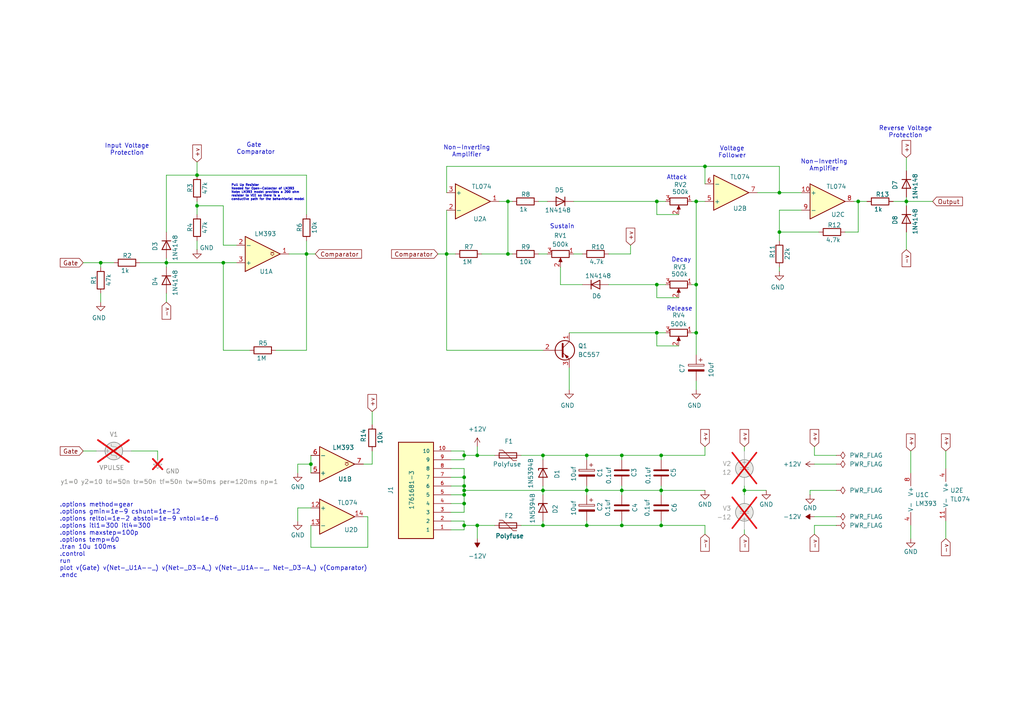
<source format=kicad_sch>
(kicad_sch (version 20250114) (generator "eeschema") (generator_version "9.0")
  (paper "A4")
  (title_block (title "ADSR Envelope Generator") (date "2025-10-25") (rev "0.1") (company "R-mods"))
  (lib_symbols
    (symbol "1761681-3:1761681-3" (pin_names (offset 1.016))
      (property "Reference" "J" (at -5.58 15.24 0))
      (property "Value" "1761681-3" (at -5.08 -15.24 0))
      (symbol "1761681-3_0_0"
        (rectangle (start -5.08 -12.7) (end 5.08 15.24) (stroke (width 0.254)) (fill (type background)))
        (pin passive line (at -10.16 12.7 0) (length 5.08) (name "1") (number "1"))
        (pin passive line (at -10.16 10.16 0) (length 5.08) (name "2") (number "2"))
        (pin passive line (at -10.16 7.62 0) (length 5.08) (name "3") (number "3"))
        (pin passive line (at -10.16 5.08 0) (length 5.08) (name "4") (number "4"))
        (pin passive line (at -10.16 2.54 0) (length 5.08) (name "5") (number "5"))
        (pin passive line (at -10.16 0 0) (length 5.08) (name "6") (number "6"))
        (pin passive line (at -10.16 -2.54 0) (length 5.08) (name "7") (number "7"))
        (pin passive line (at -10.16 -5.08 0) (length 5.08) (name "8") (number "8"))
        (pin passive line (at -10.16 -7.62 0) (length 5.08) (name "9") (number "9"))
        (pin passive line (at -10.16 -10.16 0) (length 5.08) (name "10") (number "10"))
      )
    )
    (symbol "Amplifier_Operational:TL074" (pin_names (offset 0.127))
      (property "Reference" "U" (at 0 5.08 0))
      (property "Value" "TL074" (at 0 -5.08 0))
      (symbol "TL074_1_1"
        (polyline (pts (xy -5.08 5.08) (xy 5.08 0) (xy -5.08 -5.08) (xy -5.08 5.08)) (stroke (width 0.254)) (fill (type background)))
        (pin input line (at -7.62 2.54 0) (length 2.54) (name "+") (number "3"))
        (pin input line (at -7.62 -2.54 0) (length 2.54) (name "-") (number "2"))
        (pin output line (at 7.62 0 180) (length 2.54) (name "~") (number "1"))
      )
      (symbol "TL074_2_1"
        (polyline (pts (xy -5.08 5.08) (xy 5.08 0) (xy -5.08 -5.08) (xy -5.08 5.08)) (stroke (width 0.254)) (fill (type background)))
        (pin input line (at -7.62 2.54 0) (length 2.54) (name "+") (number "5"))
        (pin input line (at -7.62 -2.54 0) (length 2.54) (name "-") (number "6"))
        (pin output line (at 7.62 0 180) (length 2.54) (name "~") (number "7"))
      )
      (symbol "TL074_3_1"
        (polyline (pts (xy -5.08 5.08) (xy 5.08 0) (xy -5.08 -5.08) (xy -5.08 5.08)) (stroke (width 0.254)) (fill (type background)))
        (pin input line (at -7.62 2.54 0) (length 2.54) (name "+") (number "10"))
        (pin input line (at -7.62 -2.54 0) (length 2.54) (name "-") (number "9"))
        (pin output line (at 7.62 0 180) (length 2.54) (name "~") (number "8"))
      )
      (symbol "TL074_4_1"
        (polyline (pts (xy -5.08 5.08) (xy 5.08 0) (xy -5.08 -5.08) (xy -5.08 5.08)) (stroke (width 0.254)) (fill (type background)))
        (pin input line (at -7.62 2.54 0) (length 2.54) (name "+") (number "12"))
        (pin input line (at -7.62 -2.54 0) (length 2.54) (name "-") (number "13"))
        (pin output line (at 7.62 0 180) (length 2.54) (name "~") (number "14"))
      )
      (symbol "TL074_5_1"
        (pin power_in line (at -2.54 7.62 270) (length 3.81) (name "V+") (number "4"))
        (pin power_in line (at -2.54 -7.62 90) (length 3.81) (name "V-") (number "11"))
      )
    )
    (symbol "Comparator:LM393" (pin_names (offset 0.127))
      (property "Reference" "U" (at 3.81 3.81 0))
      (property "Value" "LM393" (at 6.35 -3.81 0))
      (symbol "LM393_1_1"
        (polyline (pts (xy -5.08 5.08) (xy 5.08 0) (xy -5.08 -5.08) (xy -5.08 5.08)) (stroke (width 0.254)) (fill (type background)))
        (polyline (pts (xy 3.302 -0.508) (xy 2.794 -0.508) (xy 3.302 0) (xy 2.794 0.508) (xy 2.286 0) (xy 2.794 -0.508) (xy 2.286 -0.508)) (stroke (width 0.127)))
        (pin input line (at -7.62 2.54 0) (length 2.54) (name "+") (number "3"))
        (pin input line (at -7.62 -2.54 0) (length 2.54) (name "-") (number "2"))
        (pin open_collector line (at 7.62 0 180) (length 2.54) (name "~") (number "1"))
      )
      (symbol "LM393_2_1"
        (polyline (pts (xy -5.08 5.08) (xy 5.08 0) (xy -5.08 -5.08) (xy -5.08 5.08)) (stroke (width 0.254)) (fill (type background)))
        (polyline (pts (xy 3.302 -0.508) (xy 2.794 -0.508) (xy 3.302 0) (xy 2.794 0.508) (xy 2.286 0) (xy 2.794 -0.508) (xy 2.286 -0.508)) (stroke (width 0.127)))
        (pin input line (at -7.62 2.54 0) (length 2.54) (name "+") (number "5"))
        (pin input line (at -7.62 -2.54 0) (length 2.54) (name "-") (number "6"))
        (pin open_collector line (at 7.62 0 180) (length 2.54) (name "~") (number "7"))
      )
      (symbol "LM393_3_1"
        (pin power_in line (at -2.54 7.62 270) (length 3.81) (name "V+") (number "8"))
        (pin power_in line (at -2.54 -7.62 90) (length 3.81) (name "V-") (number "4"))
      )
    )
    (symbol "Device:C" (pin_numbers (hide yes)) (pin_names (offset 0.254))
      (property "Reference" "C" (at 0.635 2.54 0))
      (property "Value" "C" (at 0.635 -2.54 0))
      (symbol "C_0_1"
        (polyline (pts (xy -2.032 0.762) (xy 2.032 0.762)) (stroke (width 0.508)))
        (polyline (pts (xy -2.032 -0.762) (xy 2.032 -0.762)) (stroke (width 0.508)))
      )
      (symbol "C_1_1"
        (pin passive line (at 0 3.81 270) (length 2.794) (name "~") (number "1"))
        (pin passive line (at 0 -3.81 90) (length 2.794) (name "~") (number "2"))
      )
    )
    (symbol "Device:C_Polarized" (pin_numbers (hide yes)) (pin_names (offset 0.254))
      (property "Reference" "C" (at 0.635 2.54 0))
      (property "Value" "C_Polarized" (at 0.635 -2.54 0))
      (symbol "C_Polarized_0_1"
        (rectangle (start -2.286 0.508) (end 2.286 1.016))
        (polyline (pts (xy -1.778 2.286) (xy -0.762 2.286)))
        (polyline (pts (xy -1.27 2.794) (xy -1.27 1.778)))
        (rectangle (start 2.286 -0.508) (end -2.286 -1.016) (fill (type outline)))
      )
      (symbol "C_Polarized_1_1"
        (pin passive line (at 0 3.81 270) (length 2.794) (name "~") (number "1"))
        (pin passive line (at 0 -3.81 90) (length 2.794) (name "~") (number "2"))
      )
    )
    (symbol "Device:D" (pin_numbers (hide yes)) (pin_names (offset 1.016) (hide yes))
      (property "Reference" "D" (at 0 2.54 0))
      (property "Value" "D" (at 0 -2.54 0))
      (symbol "D_0_1"
        (polyline (pts (xy -1.27 1.27) (xy -1.27 -1.27)) (stroke (width 0.254)))
        (polyline (pts (xy 1.27 1.27) (xy 1.27 -1.27) (xy -1.27 0) (xy 1.27 1.27)) (stroke (width 0.254)))
        (polyline (pts (xy 1.27 0) (xy -1.27 0)))
      )
      (symbol "D_1_1"
        (pin passive line (at -3.81 0 0) (length 2.54) (name "K") (number "1"))
        (pin passive line (at 3.81 0 180) (length 2.54) (name "A") (number "2"))
      )
    )
    (symbol "Device:Polyfuse" (pin_numbers (hide yes)) (pin_names (offset 0))
      (property "Reference" "F" (at -2.54 0 90))
      (property "Value" "Polyfuse" (at 2.54 0 90))
      (symbol "Polyfuse_0_1"
        (polyline (pts (xy -1.524 2.54) (xy -1.524 1.524) (xy 1.524 -1.524) (xy 1.524 -2.54)))
        (rectangle (start -0.762 2.54) (end 0.762 -2.54) (stroke (width 0.254)))
        (polyline (pts (xy 0 2.54) (xy 0 -2.54)))
      )
      (symbol "Polyfuse_1_1"
        (pin passive line (at 0 3.81 270) (length 1.27) (name "~") (number "1"))
        (pin passive line (at 0 -3.81 90) (length 1.27) (name "~") (number "2"))
      )
    )
    (symbol "Device:R" (pin_numbers (hide yes)) (pin_names (offset 0))
      (property "Reference" "R" (at 2.032 0 90))
      (property "Value" "R" (at 0 0 90))
      (symbol "R_0_1"
        (rectangle (start -1.016 -2.54) (end 1.016 2.54) (stroke (width 0.254)))
      )
      (symbol "R_1_1"
        (pin passive line (at 0 3.81 270) (length 1.27) (name "~") (number "1"))
        (pin passive line (at 0 -3.81 90) (length 1.27) (name "~") (number "2"))
      )
    )
    (symbol "Device:R_Potentiometer" (pin_names (offset 1.016) (hide yes))
      (property "Reference" "RV" (at -4.445 0 90))
      (property "Value" "R_Potentiometer" (at -2.54 0 90))
      (symbol "R_Potentiometer_0_1"
        (rectangle (start 1.016 2.54) (end -1.016 -2.54) (stroke (width 0.254)))
        (polyline (pts (xy 1.143 0) (xy 2.286 0.508) (xy 2.286 -0.508) (xy 1.143 0)) (fill (type outline)))
        (polyline (pts (xy 2.54 0) (xy 1.524 0)))
      )
      (symbol "R_Potentiometer_1_1"
        (pin passive line (at 0 3.81 270) (length 1.27) (name "1") (number "1"))
        (pin passive line (at 0 -3.81 90) (length 1.27) (name "3") (number "3"))
        (pin passive line (at 3.81 0 180) (length 1.27) (name "2") (number "2"))
      )
    )
    (symbol "Diode:1N53xxB" (pin_numbers (hide yes)) (pin_names (hide yes))
      (property "Reference" "D" (at 0 2.54 0))
      (property "Value" "1N53xxB" (at 0 -2.54 0))
      (symbol "1N53xxB_0_1"
        (polyline (pts (xy -1.27 -1.27) (xy -1.27 1.27) (xy -0.762 1.27)) (stroke (width 0.254)))
        (polyline (pts (xy 1.27 0) (xy -1.27 0)))
        (polyline (pts (xy 1.27 -1.27) (xy 1.27 1.27) (xy -1.27 0) (xy 1.27 -1.27)) (stroke (width 0.254)))
      )
      (symbol "1N53xxB_1_1"
        (pin passive line (at -3.81 0 0) (length 2.54) (name "K") (number "1"))
        (pin passive line (at 3.81 0 180) (length 2.54) (name "A") (number "2"))
      )
    )
    (symbol "Simulation_SPICE:VDC" (pin_numbers (hide yes)) (pin_names (offset 0.0254))
      (property "Reference" "V" (at 2.54 2.54 0))
      (property "Value" "1" (at 2.54 0 0))
      (symbol "VDC_0_0"
        (polyline (pts (xy -1.27 0.254) (xy 1.27 0.254)))
        (polyline (pts (xy -0.762 -0.254) (xy -1.27 -0.254)))
        (polyline (pts (xy 0.254 -0.254) (xy -0.254 -0.254)))
        (polyline (pts (xy 1.27 -0.254) (xy 0.762 -0.254)))
        (text "+" (at 0 1.905 0) (effects (font (size 1.27 1.27))))
      )
      (symbol "VDC_0_1"
        (circle (center 0 0) (radius 2.54) (stroke (width 0.254)) (fill (type background)))
      )
      (symbol "VDC_1_1"
        (pin passive line (at 0 5.08 270) (length 2.54) (name "~") (number "1"))
        (pin passive line (at 0 -5.08 90) (length 2.54) (name "~") (number "2"))
      )
    )
    (symbol "Simulation_SPICE:VPULSE" (pin_numbers (hide yes)) (pin_names (offset 0.0254))
      (property "Reference" "V" (at 2.54 2.54 0))
      (property "Value" "VPULSE" (at 2.54 0 0))
      (property "Sim.Params" "y1=0 y2=1 td=2n tr=2n tf=2n tw=50n per=100n" (at 2.54 -2.54 0))
      (symbol "VPULSE_0_0"
        (polyline (pts (xy -2.032 -0.762) (xy -1.397 -0.762) (xy -1.143 0.762) (xy -0.127 0.762) (xy 0.127 -0.762) (xy 1.143 -0.762) (xy 1.397 0.762) (xy 2.032 0.762)))
        (text "+" (at 0 1.905 0) (effects (font (size 1.27 1.27))))
      )
      (symbol "VPULSE_0_1"
        (circle (center 0 0) (radius 2.54) (stroke (width 0.254)) (fill (type background)))
      )
      (symbol "VPULSE_1_1"
        (pin passive line (at 0 5.08 270) (length 2.54) (name "~") (number "1"))
        (pin passive line (at 0 -5.08 90) (length 2.54) (name "~") (number "2"))
      )
    )
    (symbol "Transistor_BJT:BC557" (pin_names (offset 0) (hide yes))
      (property "Reference" "Q" (at 5.08 1.905 0))
      (property "Value" "BC557" (at 5.08 0 0))
      (symbol "BC557_0_1"
        (polyline (pts (xy -2.54 0) (xy 0.635 0)))
        (polyline (pts (xy 0.635 1.905) (xy 0.635 -1.905)) (stroke (width 0.508)))
        (polyline (pts (xy 0.635 0.635) (xy 2.54 2.54)))
        (polyline (pts (xy 0.635 -0.635) (xy 2.54 -2.54)))
        (circle (center 1.27 0) (radius 2.8194) (stroke (width 0.254)))
        (polyline (pts (xy 2.286 -1.778) (xy 1.778 -2.286) (xy 1.27 -1.27) (xy 2.286 -1.778)) (fill (type outline)))
      )
      (symbol "BC557_1_1"
        (pin input line (at -5.08 0 0) (length 2.54) (name "B") (number "2"))
        (pin passive line (at 2.54 5.08 270) (length 2.54) (name "C") (number "1"))
        (pin passive line (at 2.54 -5.08 90) (length 2.54) (name "E") (number "3"))
      )
    )
    (symbol "power:+12V" (power) (pin_numbers (hide yes)) (pin_names (offset 0) (hide yes))
      (property "Value" "+12V" (at 0 3.556 0))
      (symbol "+12V_0_1"
        (polyline (pts (xy -0.762 1.27) (xy 0 2.54)))
        (polyline (pts (xy 0 2.54) (xy 0.762 1.27)))
        (polyline (pts (xy 0 0) (xy 0 2.54)))
      )
      (symbol "+12V_1_1"
        (pin power_in line (at 0 0 90) (length 0) (name "~") (number "1"))
      )
    )
    (symbol "power:-12V" (power) (pin_numbers (hide yes)) (pin_names (offset 0) (hide yes))
      (property "Value" "-12V" (at 0 3.556 0))
      (symbol "-12V_0_0"
        (pin power_in line (at 0 0 90) (length 0) (name "~") (number "1"))
      )
      (symbol "-12V_0_1"
        (polyline (pts (xy 0 0) (xy 0 1.27) (xy 0.762 1.27) (xy 0 2.54) (xy -0.762 1.27) (xy 0 1.27)) (fill (type outline)))
      )
    )
    (symbol "power:GND" (power) (pin_numbers (hide yes)) (pin_names (offset 0) (hide yes))
      (property "Value" "GND" (at 0 -3.81 0))
      (symbol "GND_0_1"
        (polyline (pts (xy 0 0) (xy 0 -1.27) (xy 1.27 -1.27) (xy 0 -2.54) (xy -1.27 -1.27) (xy 0 -1.27)))
      )
      (symbol "GND_1_1"
        (pin power_in line (at 0 0 270) (length 0) (name "~") (number "1"))
      )
    )
    (symbol "power:PWR_FLAG" (power) (pin_numbers (hide yes)) (pin_names (offset 0) (hide yes))
      (property "Value" "PWR_FLAG" (at 0 3.81 0))
      (symbol "PWR_FLAG_0_0"
        (pin power_out line (at 0 0 90) (length 0) (name "~") (number "1"))
      )
      (symbol "PWR_FLAG_0_1"
        (polyline (pts (xy 0 0) (xy 0 1.27) (xy -1.016 1.905) (xy 0 2.54) (xy 1.016 1.905) (xy 0 1.27)))
      )
    )
  )
  (text "Voltage\nFollower" (at 212.344 44.196 0) (effects (font (size 1.27 1.27))))
  (text "Pull Up Resistor\nNeeded for Open-Collector of LM393\nNote: LM393 model provides a 200 ohm\nresistor to VEE so there is a \nconductive path for the behavhiorial model" (at 67.056 55.88 0) (effects (font (size 0.635 0.635)) (justify left)))
  (text "Gate \nComparator" (at 74.168 43.18 0) (effects (font (size 1.27 1.27))))
  (text "Non-Inverting\nAmplifier" (at 239.014 48.006 0) (effects (font (size 1.27 1.27))))
  (text "Input Voltage\nProtection" (at 36.83 43.434 0) (effects (font (size 1.27 1.27))))
  (text "Decay" (at 197.612 75.438 0) (effects (font (size 1.27 1.27))))
  (text "Reverse Voltage\nProtection" (at 262.636 38.354 0) (effects (font (size 1.27 1.27))))
  (text "Non-Inverting\nAmplifier" (at 135.382 43.942 0) (effects (font (size 1.27 1.27))))
  (text "Release" (at 197.104 89.662 0) (effects (font (size 1.27 1.27))))
  (text ".options method=gear \n.options gmin=1e-9 cshunt=1e-12 \n.options reltol=1e-2 abstol=1e-9 vntol=1e-6 \n.options itl1=300 itl4=300 \n.options maxstep=100p\n.options temp=60\n.tran 10u 100ms\n.control\nrun\nplot v(Gate) v(Net-_U1A--_) v(Net-_D3-A_) v(Net-_U1A--_, Net-_D3-A_) v(Comparator)\n.endc\n" (at 17.272 156.718 0) (effects (font (size 1.27 1.27)) (justify left)))
  (text "Attack" (at 196.342 51.562 0) (effects (font (size 1.27 1.27))))
  (text "Sustain\n" (at 163.068 65.786 0) (effects (font (size 1.27 1.27))))
  (junction (at 57.15 59.69))
  (junction (at 170.18 142.24))
  (junction (at 134.62 132.08))
  (junction (at 201.93 82.55))
  (junction (at 147.32 73.66))
  (junction (at 262.89 58.42))
  (junction (at 190.5 58.42))
  (junction (at 191.77 152.4))
  (junction (at 134.62 138.43))
  (junction (at 201.93 96.52))
  (junction (at 190.5 96.52))
  (junction (at 180.34 132.08))
  (junction (at 215.9 142.24))
  (junction (at 134.62 152.4))
  (junction (at 170.18 152.4))
  (junction (at 134.62 142.24))
  (junction (at 134.62 146.05))
  (junction (at 88.9 73.66))
  (junction (at 138.43 152.4))
  (junction (at 157.48 152.4))
  (junction (at 180.34 152.4))
  (junction (at 29.21 76.2))
  (junction (at 134.62 143.51))
  (junction (at 134.62 140.97))
  (junction (at 180.34 142.24))
  (junction (at 226.06 55.88))
  (junction (at 204.47 48.26))
  (junction (at 147.32 58.42))
  (junction (at 57.15 50.8))
  (junction (at 201.93 58.42))
  (junction (at 138.43 132.08))
  (junction (at 226.06 67.31))
  (junction (at 191.77 142.24))
  (junction (at 90.17 134.62))
  (junction (at 248.92 58.42))
  (junction (at 157.48 142.24))
  (junction (at 129.54 73.66))
  (junction (at 191.77 132.08))
  (junction (at 190.5 82.55))
  (junction (at 157.48 132.08))
  (junction (at 64.77 76.2))
  (junction (at 48.26 76.2))
  (junction (at 170.18 132.08))
  (wire (pts (xy 204.47 48.26) (xy 226.06 48.26)))
  (wire (pts (xy 134.62 140.97) (xy 130.81 140.97)))
  (wire (pts (xy 105.41 149.86) (xy 106.68 149.86)))
  (wire (pts (xy 200.66 96.52) (xy 201.93 96.52)))
  (wire (pts (xy 180.34 132.08) (xy 180.34 133.35)))
  (wire (pts (xy 134.62 140.97) (xy 134.62 142.24)))
  (wire (pts (xy 57.15 59.69) (xy 57.15 62.23)))
  (wire (pts (xy 48.26 50.8) (xy 48.26 67.31)))
  (wire (pts (xy 134.62 152.4) (xy 134.62 153.67)))
  (wire (pts (xy 64.77 76.2) (xy 64.77 101.6)))
  (wire (pts (xy 130.81 151.13) (xy 134.62 151.13)))
  (wire (pts (xy 170.18 152.4) (xy 180.34 152.4)))
  (wire (pts (xy 83.82 73.66) (xy 88.9 73.66)))
  (wire (pts (xy 143.51 132.08) (xy 138.43 132.08)))
  (wire (pts (xy 86.36 151.13) (xy 86.36 147.32)))
  (wire (pts (xy 129.54 60.96) (xy 129.54 73.66)))
  (wire (pts (xy 191.77 132.08) (xy 191.77 133.35)))
  (wire (pts (xy 157.48 132.08) (xy 157.48 133.35)))
  (wire (pts (xy 156.21 73.66) (xy 158.75 73.66)))
  (wire (pts (xy 180.34 132.08) (xy 191.77 132.08)))
  (wire (pts (xy 57.15 50.8) (xy 88.9 50.8)))
  (wire (pts (xy 138.43 129.54) (xy 138.43 132.08)))
  (wire (pts (xy 90.17 158.75) (xy 90.17 152.4)))
  (wire (pts (xy 57.15 58.42) (xy 57.15 59.69)))
  (wire (pts (xy 190.5 96.52) (xy 193.04 96.52)))
  (wire (pts (xy 48.26 74.93) (xy 48.26 76.2)))
  (wire (pts (xy 134.62 133.35) (xy 130.81 133.35)))
  (wire (pts (xy 191.77 140.97) (xy 191.77 142.24)))
  (wire (pts (xy 57.15 69.85) (xy 57.15 72.39)))
  (wire (pts (xy 57.15 46.99) (xy 57.15 50.8)))
  (wire (pts (xy 127 73.66) (xy 129.54 73.66)))
  (wire (pts (xy 196.85 100.33) (xy 190.5 100.33)))
  (wire (pts (xy 176.53 73.66) (xy 182.88 73.66)))
  (wire (pts (xy 162.56 82.55) (xy 168.91 82.55)))
  (wire (pts (xy 138.43 132.08) (xy 134.62 132.08)))
  (wire (pts (xy 180.34 142.24) (xy 191.77 142.24)))
  (wire (pts (xy 190.5 58.42) (xy 193.04 58.42)))
  (wire (pts (xy 157.48 132.08) (xy 151.13 132.08)))
  (wire (pts (xy 24.13 130.81) (xy 27.94 130.81)))
  (wire (pts (xy 190.5 62.23) (xy 196.85 62.23)))
  (wire (pts (xy 88.9 73.66) (xy 88.9 101.6)))
  (wire (pts (xy 170.18 142.24) (xy 170.18 143.51)))
  (wire (pts (xy 64.77 71.12) (xy 68.58 71.12)))
  (wire (pts (xy 226.06 48.26) (xy 226.06 55.88)))
  (wire (pts (xy 107.95 130.81) (xy 107.95 134.62)))
  (wire (pts (xy 165.1 106.68) (xy 165.1 113.03)))
  (wire (pts (xy 226.06 67.31) (xy 226.06 69.85)))
  (wire (pts (xy 204.47 53.34) (xy 204.47 48.26)))
  (wire (pts (xy 139.7 73.66) (xy 147.32 73.66)))
  (wire (pts (xy 226.06 77.47) (xy 226.06 78.74)))
  (wire (pts (xy 157.48 152.4) (xy 151.13 152.4)))
  (wire (pts (xy 237.49 67.31) (xy 226.06 67.31)))
  (wire (pts (xy 200.66 58.42) (xy 201.93 58.42)))
  (wire (pts (xy 88.9 69.85) (xy 88.9 73.66)))
  (wire (pts (xy 138.43 152.4) (xy 134.62 152.4)))
  (wire (pts (xy 165.1 96.52) (xy 190.5 96.52)))
  (wire (pts (xy 134.62 142.24) (xy 134.62 143.51)))
  (wire (pts (xy 134.62 143.51) (xy 134.62 146.05)))
  (wire (pts (xy 264.16 152.4) (xy 264.16 156.21)))
  (wire (pts (xy 106.68 149.86) (xy 106.68 158.75)))
  (wire (pts (xy 182.88 71.12) (xy 182.88 73.66)))
  (wire (pts (xy 147.32 73.66) (xy 147.32 58.42)))
  (wire (pts (xy 130.81 130.81) (xy 134.62 130.81)))
  (wire (pts (xy 201.93 82.55) (xy 200.66 82.55)))
  (wire (pts (xy 147.32 73.66) (xy 148.59 73.66)))
  (wire (pts (xy 129.54 73.66) (xy 132.08 73.66)))
  (wire (pts (xy 129.54 73.66) (xy 129.54 101.6)))
  (wire (pts (xy 105.41 134.62) (xy 107.95 134.62)))
  (wire (pts (xy 264.16 130.81) (xy 264.16 137.16)))
  (wire (pts (xy 80.01 101.6) (xy 88.9 101.6)))
  (wire (pts (xy 170.18 140.97) (xy 170.18 142.24)))
  (wire (pts (xy 134.62 146.05) (xy 130.81 146.05)))
  (wire (pts (xy 134.62 153.67) (xy 130.81 153.67)))
  (wire (pts (xy 180.34 140.97) (xy 180.34 142.24)))
  (wire (pts (xy 234.95 143.51) (xy 234.95 142.24)))
  (wire (pts (xy 215.9 140.97) (xy 215.9 142.24)))
  (wire (pts (xy 201.93 110.49) (xy 201.93 113.03)))
  (wire (pts (xy 236.22 134.62) (xy 242.57 134.62)))
  (wire (pts (xy 226.06 55.88) (xy 232.41 55.88)))
  (wire (pts (xy 190.5 58.42) (xy 190.5 62.23)))
  (wire (pts (xy 90.17 132.08) (xy 90.17 134.62)))
  (wire (pts (xy 170.18 151.13) (xy 170.18 152.4)))
  (wire (pts (xy 166.37 58.42) (xy 190.5 58.42)))
  (wire (pts (xy 64.77 76.2) (xy 68.58 76.2)))
  (wire (pts (xy 215.9 153.67) (xy 215.9 154.94)))
  (wire (pts (xy 90.17 134.62) (xy 90.17 137.16)))
  (wire (pts (xy 129.54 101.6) (xy 157.48 101.6)))
  (wire (pts (xy 204.47 132.08) (xy 191.77 132.08)))
  (wire (pts (xy 29.21 76.2) (xy 29.21 77.47)))
  (wire (pts (xy 86.36 134.62) (xy 86.36 137.16)))
  (wire (pts (xy 134.62 135.89) (xy 134.62 138.43)))
  (wire (pts (xy 134.62 148.59) (xy 130.81 148.59)))
  (wire (pts (xy 64.77 59.69) (xy 64.77 71.12)))
  (wire (pts (xy 134.62 132.08) (xy 134.62 133.35)))
  (wire (pts (xy 29.21 76.2) (xy 24.13 76.2)))
  (wire (pts (xy 190.5 100.33) (xy 190.5 96.52)))
  (wire (pts (xy 262.89 45.72) (xy 262.89 49.53)))
  (wire (pts (xy 236.22 152.4) (xy 236.22 154.94)))
  (wire (pts (xy 191.77 142.24) (xy 191.77 143.51)))
  (wire (pts (xy 48.26 76.2) (xy 40.64 76.2)))
  (wire (pts (xy 248.92 58.42) (xy 248.92 67.31)))
  (wire (pts (xy 157.48 151.13) (xy 157.48 152.4)))
  (wire (pts (xy 134.62 143.51) (xy 130.81 143.51)))
  (wire (pts (xy 191.77 151.13) (xy 191.77 152.4)))
  (wire (pts (xy 234.95 142.24) (xy 242.57 142.24)))
  (wire (pts (xy 190.5 82.55) (xy 193.04 82.55)))
  (wire (pts (xy 157.48 142.24) (xy 157.48 143.51)))
  (wire (pts (xy 180.34 151.13) (xy 180.34 152.4)))
  (wire (pts (xy 38.1 130.81) (xy 45.72 130.81)))
  (wire (pts (xy 222.25 142.24) (xy 215.9 142.24)))
  (wire (pts (xy 144.78 58.42) (xy 147.32 58.42)))
  (wire (pts (xy 48.26 76.2) (xy 48.26 77.47)))
  (wire (pts (xy 190.5 82.55) (xy 190.5 86.36)))
  (wire (pts (xy 130.81 135.89) (xy 134.62 135.89)))
  (wire (pts (xy 226.06 55.88) (xy 219.71 55.88)))
  (wire (pts (xy 248.92 58.42) (xy 251.46 58.42)))
  (wire (pts (xy 157.48 142.24) (xy 134.62 142.24)))
  (wire (pts (xy 248.92 67.31) (xy 245.11 67.31)))
  (wire (pts (xy 226.06 60.96) (xy 232.41 60.96)))
  (wire (pts (xy 204.47 142.24) (xy 191.77 142.24)))
  (wire (pts (xy 170.18 132.08) (xy 180.34 132.08)))
  (wire (pts (xy 170.18 152.4) (xy 157.48 152.4)))
  (wire (pts (xy 86.36 147.32) (xy 90.17 147.32)))
  (wire (pts (xy 170.18 142.24) (xy 180.34 142.24)))
  (wire (pts (xy 201.93 96.52) (xy 201.93 102.87)))
  (wire (pts (xy 274.32 130.81) (xy 274.32 135.89)))
  (wire (pts (xy 180.34 152.4) (xy 191.77 152.4)))
  (wire (pts (xy 236.22 132.08) (xy 242.57 132.08)))
  (wire (pts (xy 204.47 152.4) (xy 191.77 152.4)))
  (wire (pts (xy 134.62 138.43) (xy 134.62 140.97)))
  (wire (pts (xy 176.53 82.55) (xy 190.5 82.55)))
  (wire (pts (xy 201.93 58.42) (xy 204.47 58.42)))
  (wire (pts (xy 204.47 152.4) (xy 204.47 154.94)))
  (wire (pts (xy 157.48 140.97) (xy 157.48 142.24)))
  (wire (pts (xy 262.89 67.31) (xy 262.89 72.39)))
  (wire (pts (xy 170.18 142.24) (xy 157.48 142.24)))
  (wire (pts (xy 134.62 138.43) (xy 130.81 138.43)))
  (wire (pts (xy 162.56 77.47) (xy 162.56 82.55)))
  (wire (pts (xy 48.26 85.09) (xy 48.26 87.63)))
  (wire (pts (xy 129.54 48.26) (xy 129.54 55.88)))
  (wire (pts (xy 180.34 142.24) (xy 180.34 143.51)))
  (wire (pts (xy 88.9 50.8) (xy 88.9 62.23)))
  (wire (pts (xy 190.5 86.36) (xy 196.85 86.36)))
  (wire (pts (xy 138.43 152.4) (xy 138.43 156.21)))
  (wire (pts (xy 147.32 58.42) (xy 148.59 58.42)))
  (wire (pts (xy 204.47 129.54) (xy 204.47 132.08)))
  (wire (pts (xy 274.32 151.13) (xy 274.32 156.21)))
  (wire (pts (xy 90.17 134.62) (xy 86.36 134.62)))
  (wire (pts (xy 156.21 58.42) (xy 158.75 58.42)))
  (wire (pts (xy 201.93 82.55) (xy 201.93 96.52)))
  (wire (pts (xy 262.89 58.42) (xy 259.08 58.42)))
  (wire (pts (xy 48.26 76.2) (xy 64.77 76.2)))
  (wire (pts (xy 57.15 59.69) (xy 64.77 59.69)))
  (wire (pts (xy 143.51 152.4) (xy 138.43 152.4)))
  (wire (pts (xy 107.95 119.38) (xy 107.95 123.19)))
  (wire (pts (xy 134.62 146.05) (xy 134.62 148.59)))
  (wire (pts (xy 247.65 58.42) (xy 248.92 58.42)))
  (wire (pts (xy 262.89 58.42) (xy 270.51 58.42)))
  (wire (pts (xy 236.22 129.54) (xy 236.22 132.08)))
  (wire (pts (xy 88.9 73.66) (xy 91.44 73.66)))
  (wire (pts (xy 215.9 129.54) (xy 215.9 130.81)))
  (wire (pts (xy 201.93 58.42) (xy 201.93 82.55)))
  (wire (pts (xy 45.72 130.81) (xy 45.72 133.35)))
  (wire (pts (xy 262.89 57.15) (xy 262.89 58.42)))
  (wire (pts (xy 106.68 158.75) (xy 90.17 158.75)))
  (wire (pts (xy 134.62 130.81) (xy 134.62 132.08)))
  (wire (pts (xy 29.21 85.09) (xy 29.21 87.63)))
  (wire (pts (xy 215.9 142.24) (xy 215.9 143.51)))
  (wire (pts (xy 134.62 151.13) (xy 134.62 152.4)))
  (wire (pts (xy 33.02 76.2) (xy 29.21 76.2)))
  (wire (pts (xy 166.37 73.66) (xy 168.91 73.66)))
  (wire (pts (xy 204.47 48.26) (xy 129.54 48.26)))
  (wire (pts (xy 226.06 67.31) (xy 226.06 60.96)))
  (wire (pts (xy 64.77 101.6) (xy 72.39 101.6)))
  (wire (pts (xy 48.26 50.8) (xy 57.15 50.8)))
  (wire (pts (xy 236.22 149.86) (xy 242.57 149.86)))
  (wire (pts (xy 170.18 132.08) (xy 157.48 132.08)))
  (wire (pts (xy 262.89 58.42) (xy 262.89 59.69)))
  (wire (pts (xy 170.18 132.08) (xy 170.18 133.35)))
  (wire (pts (xy 236.22 152.4) (xy 242.57 152.4)))
  (global_label "-v" (shape input) (at 48.26 87.63 270) (property "Intersheetrefs" "${INTERSHEET_REFS}" (effects (hide yes))))
  (global_label "Gate" (shape input) (at 24.13 76.2 180) (property "Intersheetrefs" "${INTERSHEET_REFS}" (effects (hide yes))))
  (global_label "+v" (shape input) (at 182.88 71.12 90) (property "Intersheetrefs" "${INTERSHEET_REFS}" (effects (hide yes))))
  (global_label "+v" (shape input) (at 264.16 130.81 90) (property "Intersheetrefs" "${INTERSHEET_REFS}" (effects (hide yes))))
  (global_label "Output" (shape input) (at 270.51 58.42 0) (property "Intersheetrefs" "${INTERSHEET_REFS}" (effects (hide yes))))
  (global_label "Gate" (shape input) (at 24.13 130.81 180) (property "Intersheetrefs" "${INTERSHEET_REFS}" (effects (hide yes))))
  (global_label "+v" (shape input) (at 236.22 129.54 90) (property "Intersheetrefs" "${INTERSHEET_REFS}" (effects (hide yes))))
  (global_label "+v" (shape input) (at 262.89 45.72 90) (property "Intersheetrefs" "${INTERSHEET_REFS}" (effects (hide yes))))
  (global_label "+v" (shape input) (at 204.47 129.54 90) (property "Intersheetrefs" "${INTERSHEET_REFS}" (effects (hide yes))))
  (global_label "-v" (shape input) (at 274.32 156.21 270) (property "Intersheetrefs" "${INTERSHEET_REFS}" (effects (hide yes))))
  (global_label "+v" (shape input) (at 215.9 129.54 90) (property "Intersheetrefs" "${INTERSHEET_REFS}" (effects (hide yes))))
  (global_label "-v" (shape input) (at 236.22 154.94 270) (property "Intersheetrefs" "${INTERSHEET_REFS}" (effects (hide yes))))
  (global_label "-v" (shape input) (at 215.9 154.94 270) (property "Intersheetrefs" "${INTERSHEET_REFS}" (effects (hide yes))))
  (global_label "+v" (shape input) (at 57.15 46.99 90) (property "Intersheetrefs" "${INTERSHEET_REFS}" (effects (hide yes))))
  (global_label "+v" (shape input) (at 107.95 119.38 90) (property "Intersheetrefs" "${INTERSHEET_REFS}" (effects (hide yes))))
  (global_label "Comparator" (shape input) (at 91.44 73.66 0) (property "Intersheetrefs" "${INTERSHEET_REFS}" (effects (hide yes))))
  (global_label "-v" (shape input) (at 262.89 72.39 270) (property "Intersheetrefs" "${INTERSHEET_REFS}" (effects (hide yes))))
  (global_label "-v" (shape input) (at 204.47 154.94 270) (property "Intersheetrefs" "${INTERSHEET_REFS}" (effects (hide yes))))
  (global_label "Comparator" (shape input) (at 127 73.66 180) (property "Intersheetrefs" "${INTERSHEET_REFS}" (effects (hide yes))))
  (global_label "+v" (shape input) (at 274.32 130.81 90) (property "Intersheetrefs" "${INTERSHEET_REFS}" (effects (hide yes))))
  (symbol (lib_id "power:GND") (at 201.93 113.03 0) (unit 1)
    (property "Reference" "#PWR09" (effects (hide yes)))
    (property "Value" "GND" (at 201.422 117.602 0))
    (property "Description" "Power symbol creates a global label with name \"GND\" , ground" (effects (hide yes)))
  )
  (symbol (lib_id "Device:R_Potentiometer") (at 196.85 58.42 270) (unit 1)
    (property "Reference" "RV2" (at 197.358 53.594 90))
    (property "Value" "500k" (at 197.358 55.626 90))
    (property "Description" "Potentiometer" (effects (hide yes)))
    (property "Sim.Library" "models/potentiometer.lib" (effects (hide yes)))
    (property "Sim.Name" "POT" (effects (hide yes)))
    (property "Sim.Device" "SUBCKT" (effects (hide yes)))
    (property "Sim.Pins" "1=1 2=2 3=3" (effects (hide yes)))
  )
  (symbol (lib_id "power:PWR_FLAG") (at 242.57 134.62 270) (unit 1)
    (property "Reference" "#FLG02" (effects (hide yes)))
    (property "Value" "PWR_FLAG" (at 246.38 134.6199 90) (effects (justify left)))
    (property "Description" "Special symbol for telling ERC where power comes from" (effects (hide yes)))
  )
  (symbol (lib_id "Device:C") (at 180.34 137.16 0) (mirror y) (unit 1)
    (property "Reference" "C3" (at 183.896 138.43 90) (effects (justify left)))
    (property "Value" "0.1uf" (at 176.53 140.462 90) (effects (justify left)))
    (property "Description" "Unpolarized capacitor" (effects (hide yes)))
  )
  (symbol (lib_id "Device:C_Polarized") (at 170.18 147.32 0) (mirror y) (unit 1)
    (property "Reference" "C2" (at 173.99 148.336 90) (effects (justify left)))
    (property "Value" "10uf" (at 166.37 149.606 90) (effects (justify left)))
    (property "Description" "Polarized capacitor" (effects (hide yes)))
  )
  (symbol (lib_id "Diode:1N53xxB") (at 157.48 137.16 90) (mirror x) (unit 1) (exclude_from_sim yes)
    (property "Reference" "D1" (at 161.544 136.144 0) (effects (justify left)))
    (property "Value" "1N5394B" (at 153.924 132.842 0) (effects (justify left)))
    (property "Footprint" "Diode_THT:D_DO-201_P15.24mm_Horizontal" (effects (hide yes)))
    (property "Datasheet" "https://diotec.com/tl_files/diotec/files/pdf/datasheets/1n5345b.pdf" (effects (hide yes)))
    (property "Description" "5000mW Zener Diode, DO-201" (effects (hide yes)))
    (property "Sim.Library" "models/1N5818.spice" (effects (hide yes)))
    (property "Sim.Name" "DI_1N5818" (effects (hide yes)))
  )
  (symbol (lib_id "Simulation_SPICE:VPULSE") (at 33.02 130.81 90) (unit 1) (in_bom no) (on_board no) (dnp yes)
    (property "Reference" "V1" (at 34.29 125.984 90) (effects (justify left)))
    (property "Value" "VPULSE" (at 36.068 135.636 90) (effects (justify left)))
    (property "Datasheet" "https://ngspice.sourceforge.io/docs/ngspice-html-manual/manual.xhtml#sec_Independent_Sources_for" (effects (hide yes)))
    (property "Description" "Voltage source, pulse" (effects (hide yes)))
    (property "Sim.Pins" "1=+ 2=-" (effects (hide yes)))
    (property "Sim.Type" "PULSE" (effects (hide yes)))
    (property "Sim.Device" "V" (effects (hide yes)))
    (property "Sim.Params" "y1=0 y2=10 td=50n tr=50n tf=50n tw=50ms per=120ms np=1" (at 17.526 139.7 90) (effects (justify right)))
  )
  (symbol (lib_id "power:GND") (at 264.16 156.21 0) (unit 1)
    (property "Reference" "#PWR06" (effects (hide yes)))
    (property "Value" "GND" (at 264.16 160.02 0))
    (property "Description" "Power symbol creates a global label with name \"GND\" , ground" (effects (hide yes)))
  )
  (symbol (lib_id "power:GND") (at 29.21 87.63 0) (unit 1)
    (property "Reference" "#PWR01" (effects (hide yes)))
    (property "Value" "GND" (at 28.702 92.202 0))
    (property "Description" "Power symbol creates a global label with name \"GND\" , ground" (effects (hide yes)))
  )
  (symbol (lib_id "Device:Polyfuse") (at 147.32 152.4 270) (mirror x) (unit 1) (exclude_from_sim yes)
    (property "Reference" "F2" (at 147.574 149.606 90))
    (property "Value" "Polyfuse" (at 147.828 155.448 90) (effects (font (thickness 0.254) (bold yes))))
    (property "Description" "Resettable fuse, polymeric positive temperature coefficient" (effects (hide yes)))
    (property "Sim.Library" "models/polyfuse.lib" (effects (hide yes)))
    (property "Sim.Name" "polyfuse" (effects (hide yes)))
    (property "Sim.Device" "SUBCKT" (effects (hide yes)))
    (property "Sim.Pins" "1=1 2=2" (effects (hide yes)))
  )
  (symbol (lib_id "Device:C_Polarized") (at 170.18 137.16 0) (mirror y) (unit 1)
    (property "Reference" "C1" (at 173.99 138.43 90) (effects (justify left)))
    (property "Value" "10uf" (at 166.37 139.7 90) (effects (justify left)))
    (property "Description" "Polarized capacitor" (effects (hide yes)))
  )
  (symbol (lib_id "Device:R_Potentiometer") (at 162.56 73.66 270) (unit 1) (exclude_from_sim yes)
    (property "Reference" "RV1" (at 162.56 68.326 90))
    (property "Value" "500k" (at 162.56 70.866 90))
    (property "Description" "Potentiometer" (effects (hide yes)))
  )
  (symbol (lib_id "Device:D") (at 48.26 71.12 90) (mirror x) (unit 1)
    (property "Reference" "D3" (at 44.958 70.104 0) (effects (justify left)))
    (property "Value" "1N4148" (at 50.8 68.072 0) (effects (justify left)))
    (property "Description" "Diode" (effects (hide yes)))
    (property "Sim.Device" "D" (effects (hide yes)))
    (property "Sim.Pins" "1=K 2=A" (effects (hide yes)))
  )
  (symbol (lib_id "Device:R") (at 152.4 73.66 90) (unit 1) (exclude_from_sim yes)
    (property "Reference" "R9" (at 151.13 71.628 90) (effects (justify right)))
    (property "Value" "10k" (at 150.622 75.946 90) (effects (justify right)))
    (property "Description" "Resistor" (effects (hide yes)))
  )
  (symbol (lib_id "Device:R_Potentiometer") (at 196.85 96.52 270) (unit 1) (exclude_from_sim yes)
    (property "Reference" "RV4" (at 196.85 91.44 90))
    (property "Value" "500k" (at 196.85 93.98 90))
    (property "Description" "Potentiometer" (effects (hide yes)))
  )
  (symbol (lib_id "power:GND") (at 57.15 72.39 0) (unit 1)
    (property "Reference" "#PWR05" (effects (hide yes)))
    (property "Value" "GND" (at 59.944 71.882 0))
    (property "Description" "Power symbol creates a global label with name \"GND\" , ground" (effects (hide yes)))
  )
  (symbol (lib_id "power:PWR_FLAG") (at 242.57 132.08 270) (unit 1)
    (property "Reference" "#FLG01" (effects (hide yes)))
    (property "Value" "PWR_FLAG" (at 246.38 132.0799 90) (effects (justify left)))
    (property "Description" "Special symbol for telling ERC where power comes from" (effects (hide yes)))
  )
  (symbol (lib_id "Device:C") (at 191.77 147.32 0) (mirror y) (unit 1)
    (property "Reference" "C6" (at 195.58 148.59 90) (effects (justify left)))
    (property "Value" "0.1uf" (at 187.706 149.86 90) (effects (justify left)))
    (property "Description" "Unpolarized capacitor" (effects (hide yes)))
  )
  (symbol (lib_id "Device:R") (at 135.89 73.66 90) (unit 1)
    (property "Reference" "R7" (at 134.62 71.628 90) (effects (justify right)))
    (property "Value" "1M" (at 134.112 75.946 90) (effects (justify right)))
    (property "Description" "Resistor" (effects (hide yes)))
  )
  (symbol (lib_id "Device:C_Polarized") (at 201.93 106.68 0) (mirror y) (unit 1) (exclude_from_sim yes)
    (property "Reference" "C7" (at 197.866 108.204 90) (effects (justify left)))
    (property "Value" "10uf" (at 206.248 109.474 90) (effects (justify left)))
    (property "Description" "Polarized capacitor" (effects (hide yes)))
  )
  (symbol (lib_id "Amplifier_Operational:TL074") (at 137.16 58.42 0) (unit 1)
    (property "Reference" "U2" (at 139.192 63.5 0))
    (property "Value" "TL074" (at 139.7 54.102 0))
    (property "Datasheet" "http://www.ti.com/lit/ds/symlink/tl071.pdf" (effects (hide yes)))
    (property "Description" "Quad Low-Noise JFET-Input Operational Amplifiers, DIP-14/SOIC-14" (effects (hide yes)))
    (property "Sim.Library" "models/TL074.lib" (effects (hide yes)))
    (property "Sim.Name" "TL074c" (effects (hide yes)))
    (property "Sim.Device" "SUBCKT" (effects (hide yes)))
    (property "Sim.Pins" "1=1out 2=1in- 3=1in+ 4=vcc- 5=2in+ 6=2in- 7=2out 8=3out 9=3in- 10=3in+ 11=vcc+ 12=4in+ 13=4in- 14=4out" (effects (hide yes)))
  )
  (symbol (lib_id "Device:R") (at 57.15 66.04 180) (unit 1)
    (property "Reference" "R4" (at 55.118 67.31 90) (effects (justify right)))
    (property "Value" "47k" (at 59.436 67.818 90) (effects (justify right)))
    (property "Description" "Resistor" (effects (hide yes)))
  )
  (symbol (lib_id "Device:R") (at 36.83 76.2 90) (unit 1)
    (property "Reference" "R2" (at 35.56 74.168 90) (effects (justify right)))
    (property "Value" "1k" (at 35.052 78.486 90) (effects (justify right)))
    (property "Description" "Resistor" (effects (hide yes)))
  )
  (symbol (lib_id "Amplifier_Operational:TL074") (at 276.86 143.51 0) (unit 5)
    (property "Reference" "U2" (at 275.59 142.2399 0) (effects (justify left)))
    (property "Value" "TL074" (at 275.59 144.7799 0) (effects (justify left)))
    (property "Datasheet" "http://www.ti.com/lit/ds/symlink/tl071.pdf" (effects (hide yes)))
    (property "Description" "Quad Low-Noise JFET-Input Operational Amplifiers, DIP-14/SOIC-14" (effects (hide yes)))
    (property "Sim.Library" "models/TL074.lib" (effects (hide yes)))
    (property "Sim.Name" "TL074c" (effects (hide yes)))
    (property "Sim.Device" "SUBCKT" (effects (hide yes)))
    (property "Sim.Pins" "1=1out 2=1in- 3=1in+ 4=vcc- 5=2in+ 6=2in- 7=2out 8=3out 9=3in- 10=3in+ 11=vcc+ 12=4in+ 13=4in- 14=4out" (effects (hide yes)))
  )
  (symbol (lib_id "Device:C") (at 180.34 147.32 0) (mirror y) (unit 1)
    (property "Reference" "C4" (at 184.15 148.59 90) (effects (justify left)))
    (property "Value" "0.1uf" (at 176.276 149.86 90) (effects (justify left)))
    (property "Description" "Unpolarized capacitor" (effects (hide yes)))
  )
  (symbol (lib_id "power:GND") (at 204.47 142.24 0) (mirror y) (unit 1)
    (property "Reference" "#PWR08" (effects (hide yes)))
    (property "Value" "GND" (at 204.47 146.304 0))
    (property "Description" "Power symbol creates a global label with name \"GND\" , ground" (effects (hide yes)))
  )
  (symbol (lib_id "power:GND") (at 234.95 143.51 0) (unit 1)
    (property "Reference" "#PWR012" (effects (hide yes)))
    (property "Value" "GND" (at 234.95 147.32 0))
    (property "Description" "Power symbol creates a global label with name \"GND\" , ground" (effects (hide yes)))
  )
  (symbol (lib_id "Transistor_BJT:BC557") (at 162.56 101.6 0) (unit 1) (exclude_from_sim yes)
    (property "Reference" "Q1" (at 167.64 100.3299 0) (effects (justify left)))
    (property "Value" "BC557" (at 167.64 102.8699 0) (effects (justify left)))
    (property "Footprint" "Package_TO_SOT_THT:TO-92_Inline" (effects (hide yes)))
    (property "Datasheet" "https://www.onsemi.com/pub/Collateral/BC556BTA-D.pdf" (effects (hide yes)))
    (property "Description" "0.1A Ic, 45V Vce, PNP Small Signal Transistor, TO-92" (effects (hide yes)))
    (property "Sim.Library" "models/BC557B.lib" (effects (hide yes)))
    (property "Sim.Name" "BC557B" (effects (hide yes)))
  )
  (symbol (lib_id "power:-12V") (at 236.22 149.86 90) (unit 1)
    (property "Reference" "#PWR014" (effects (hide yes)))
    (property "Value" "-12V" (at 232.41 149.8599 90) (effects (justify left)))
    (property "Description" "Power symbol creates a global label with name \"-12V\"" (effects (hide yes)))
  )
  (symbol (lib_id "Device:R") (at 76.2 101.6 90) (unit 1)
    (property "Reference" "R5" (at 74.93 99.568 90) (effects (justify right)))
    (property "Value" "1M" (at 74.422 103.886 90) (effects (justify right)))
    (property "Description" "Resistor" (effects (hide yes)))
  )
  (symbol (lib_id "Amplifier_Operational:TL074") (at 97.79 149.86 0) (unit 4)
    (property "Reference" "U2" (at 101.854 153.67 0))
    (property "Value" "TL074" (at 100.838 145.796 0))
    (property "Datasheet" "http://www.ti.com/lit/ds/symlink/tl071.pdf" (effects (hide yes)))
    (property "Description" "Quad Low-Noise JFET-Input Operational Amplifiers, DIP-14/SOIC-14" (effects (hide yes)))
    (property "Sim.Library" "models/TL074.lib" (effects (hide yes)))
    (property "Sim.Name" "TL074c" (effects (hide yes)))
    (property "Sim.Device" "SUBCKT" (effects (hide yes)))
    (property "Sim.Pins" "1=1out 2=1in- 3=1in+ 4=vcc- 5=2in+ 6=2in- 7=2out 8=3out 9=3in- 10=3in+ 11=vcc+ 12=4in+ 13=4in- 14=4out" (effects (hide yes)))
  )
  (symbol (lib_id "Device:R") (at 88.9 66.04 180) (unit 1)
    (property "Reference" "R6" (at 86.868 67.31 90) (effects (justify right)))
    (property "Value" "10k" (at 91.186 67.818 90) (effects (justify right)))
    (property "Description" "Resistor" (effects (hide yes)))
  )
  (symbol (lib_id "Device:C") (at 191.77 137.16 0) (mirror y) (unit 1)
    (property "Reference" "C5" (at 195.326 138.43 90) (effects (justify left)))
    (property "Value" "0.1uf" (at 187.96 140.462 90) (effects (justify left)))
    (property "Description" "Unpolarized capacitor" (effects (hide yes)))
  )
  (symbol (lib_id "power:GND") (at 165.1 113.03 0) (unit 1) (exclude_from_sim yes)
    (property "Reference" "#PWR07" (effects (hide yes)))
    (property "Value" "GND" (at 164.592 117.602 0))
    (property "Description" "Power symbol creates a global label with name \"GND\" , ground" (effects (hide yes)))
  )
  (symbol (lib_id "Comparator:LM393") (at 97.79 134.62 0) (mirror x) (unit 2)
    (property "Reference" "U1" (at 100.076 138.938 0))
    (property "Value" "LM393" (at 99.568 129.794 0))
    (property "Datasheet" "http://www.ti.com/lit/ds/symlink/lm393.pdf" (effects (hide yes)))
    (property "Description" "Low-Power, Low-Offset Voltage, Dual Comparators, DIP-8/SOIC-8/TO-99-8" (effects (hide yes)))
    (property "Sim.Library" "models/LM393.lib" (effects (hide yes)))
    (property "Sim.Name" "LM393" (effects (hide yes)))
    (property "Sim.Device" "SUBCKT" (effects (hide yes)))
    (property "Sim.Pins" "1=INP 2=INM 3=VCC 4=VEE 5=OUT" (effects (hide yes)))
  )
  (symbol (lib_id "Device:R") (at 29.21 81.28 180) (unit 1)
    (property "Reference" "R1" (at 27.178 82.55 90) (effects (justify right)))
    (property "Value" "47k" (at 31.496 83.058 90) (effects (justify right)))
    (property "Description" "Resistor" (effects (hide yes)))
  )
  (symbol (lib_id "power:GND") (at 86.36 137.16 0) (mirror y) (unit 1)
    (property "Reference" "#PWR016" (effects (hide yes)))
    (property "Value" "GND" (at 86.36 141.224 0))
    (property "Description" "Power symbol creates a global label with name \"GND\" , ground" (effects (hide yes)))
  )
  (symbol (lib_id "power:GND") (at 45.72 133.35 0) (unit 1) (on_board no) (dnp yes)
    (property "Reference" "#PWR02" (effects (hide yes)))
    (property "Value" "GND" (at 48.006 136.652 0) (effects (justify left)))
    (property "Description" "Power symbol creates a global label with name \"GND\" , ground" (effects (hide yes)))
  )
  (symbol (lib_id "Device:D") (at 162.56 58.42 0) (mirror y) (unit 1)
    (property "Reference" "D5" (at 163.576 55.118 0) (effects (justify left)))
    (property "Value" "1N4148" (at 165.608 60.96 0) (effects (justify left)))
    (property "Description" "Diode" (effects (hide yes)))
    (property "Sim.Device" "D" (effects (hide yes)))
    (property "Sim.Pins" "1=K 2=A" (effects (hide yes)))
  )
  (symbol (lib_id "power:GND") (at 86.36 151.13 0) (mirror y) (unit 1)
    (property "Reference" "#PWR015" (effects (hide yes)))
    (property "Value" "GND" (at 86.36 155.194 0))
    (property "Description" "Power symbol creates a global label with name \"GND\" , ground" (effects (hide yes)))
  )
  (symbol (lib_id "Amplifier_Operational:TL074") (at 240.03 58.42 0) (unit 3)
    (property "Reference" "U2" (at 243.078 62.23 0))
    (property "Value" "TL074" (at 242.57 54.102 0))
    (property "Datasheet" "http://www.ti.com/lit/ds/symlink/tl071.pdf" (effects (hide yes)))
    (property "Description" "Quad Low-Noise JFET-Input Operational Amplifiers, DIP-14/SOIC-14" (effects (hide yes)))
    (property "Sim.Library" "models/TL074.lib" (effects (hide yes)))
    (property "Sim.Name" "TL074c" (effects (hide yes)))
    (property "Sim.Device" "SUBCKT" (effects (hide yes)))
    (property "Sim.Pins" "1=1out 2=1in- 3=1in+ 4=vcc- 5=2in+ 6=2in- 7=2out 8=3out 9=3in- 10=3in+ 11=vcc+ 12=4in+ 13=4in- 14=4out" (effects (hide yes)))
  )
  (symbol (lib_id "Device:R") (at 57.15 54.61 180) (unit 1)
    (property "Reference" "R3" (at 55.118 55.88 90) (effects (justify right)))
    (property "Value" "47k" (at 59.436 56.388 90) (effects (justify right)))
    (property "Description" "Resistor" (effects (hide yes)))
  )
  (symbol (lib_id "Simulation_SPICE:VDC") (at 215.9 135.89 0) (mirror y) (unit 1) (in_bom no) (on_board no) (dnp yes)
    (property "Reference" "V2" (at 212.09 134.4901 0) (effects (justify left)))
    (property "Value" "12" (at 212.09 137.0301 0) (effects (justify left)))
    (property "Datasheet" "https://ngspice.sourceforge.io/docs/ngspice-html-manual/manual.xhtml#sec_Independent_Sources_for" (effects (hide yes)))
    (property "Description" "Voltage source, DC" (effects (hide yes)))
    (property "Sim.Pins" "1=+ 2=-" (effects (hide yes)))
    (property "Sim.Type" "DC" (effects (hide yes)))
    (property "Sim.Device" "V" (effects (hide yes)))
  )
  (symbol (lib_id "power:+12V") (at 236.22 134.62 90) (unit 1)
    (property "Reference" "#PWR013" (effects (hide yes)))
    (property "Value" "+12V" (at 232.41 134.6199 90) (effects (justify left)))
    (property "Description" "Power symbol creates a global label with name \"+12V\"" (effects (hide yes)))
  )
  (symbol (lib_id "Device:D") (at 172.72 82.55 0) (mirror x) (unit 1) (exclude_from_sim yes)
    (property "Reference" "D6" (at 171.704 85.852 0) (effects (justify left)))
    (property "Value" "1N4148" (at 169.672 80.01 0) (effects (justify left)))
    (property "Description" "Diode" (effects (hide yes)))
    (property "Sim.Device" "D" (effects (hide yes)))
    (property "Sim.Pins" "1=K 2=A" (effects (hide yes)))
  )
  (symbol (lib_id "power:-12V") (at 138.43 156.21 0) (mirror x) (unit 1)
    (property "Reference" "#PWR04" (effects (hide yes)))
    (property "Value" "-12V" (at 138.43 161.29 0))
    (property "Description" "Power symbol creates a global label with name \"-12V\"" (effects (hide yes)))
  )
  (symbol (lib_id "power:PWR_FLAG") (at 242.57 149.86 270) (unit 1)
    (property "Reference" "#FLG04" (effects (hide yes)))
    (property "Value" "PWR_FLAG" (at 246.38 149.8599 90) (effects (justify left)))
    (property "Description" "Special symbol for telling ERC where power comes from" (effects (hide yes)))
  )
  (symbol (lib_id "Device:R") (at 255.27 58.42 90) (unit 1)
    (property "Reference" "R13" (at 254 56.388 90) (effects (justify right)))
    (property "Value" "1k" (at 253.492 60.706 90) (effects (justify right)))
    (property "Description" "Resistor" (effects (hide yes)))
  )
  (symbol (lib_id "Device:Polyfuse") (at 147.32 132.08 270) (mirror x) (unit 1) (exclude_from_sim yes)
    (property "Reference" "F1" (at 147.574 128.016 90))
    (property "Value" "Polyfuse" (at 147.066 134.62 90))
    (property "Description" "Resettable fuse, polymeric positive temperature coefficient" (effects (hide yes)))
    (property "Sim.Library" "models/polyfuse.lib" (effects (hide yes)))
    (property "Sim.Name" "polyfuse" (effects (hide yes)))
    (property "Sim.Device" "SUBCKT" (effects (hide yes)))
    (property "Sim.Pins" "1=1 2=2" (effects (hide yes)))
  )
  (symbol (lib_id "Device:D") (at 262.89 63.5 90) (mirror x) (unit 1)
    (property "Reference" "D8" (at 259.588 62.484 0) (effects (justify left)))
    (property "Value" "1N4148" (at 265.43 60.452 0) (effects (justify left)))
    (property "Description" "Diode" (effects (hide yes)))
    (property "Sim.Device" "D" (effects (hide yes)))
    (property "Sim.Pins" "1=K 2=A" (effects (hide yes)))
  )
  (symbol (lib_id "Device:R") (at 152.4 58.42 90) (unit 1)
    (property "Reference" "R8" (at 151.13 56.388 90) (effects (justify right)))
    (property "Value" "1k" (at 150.622 60.706 90) (effects (justify right)))
    (property "Description" "Resistor" (effects (hide yes)))
  )
  (symbol (lib_id "power:+12V") (at 138.43 129.54 0) (mirror y) (unit 1)
    (property "Reference" "#PWR03" (effects (hide yes)))
    (property "Value" "+12V" (at 138.43 124.46 0))
    (property "Description" "Power symbol creates a global label with name \"+12V\"" (effects (hide yes)))
  )
  (symbol (lib_id "Simulation_SPICE:VDC") (at 215.9 148.59 0) (mirror x) (unit 1) (in_bom no) (on_board no) (dnp yes)
    (property "Reference" "V3" (at 212.09 147.4497 0) (effects (justify right)))
    (property "Value" "-12" (at 212.09 149.9897 0) (effects (justify right)))
    (property "Datasheet" "https://ngspice.sourceforge.io/docs/ngspice-html-manual/manual.xhtml#sec_Independent_Sources_for" (effects (hide yes)))
    (property "Description" "Voltage source, DC" (effects (hide yes)))
    (property "Sim.Pins" "1=+ 2=-" (effects (hide yes)))
    (property "Sim.Type" "DC" (effects (hide yes)))
    (property "Sim.Device" "V" (effects (hide yes)))
  )
  (symbol (lib_id "Comparator:LM393") (at 261.62 144.78 0) (mirror y) (unit 3)
    (property "Reference" "U1" (at 265.43 143.5099 0) (effects (justify right)))
    (property "Value" "LM393" (at 265.43 146.0499 0) (effects (justify right)))
    (property "Datasheet" "http://www.ti.com/lit/ds/symlink/lm393.pdf" (effects (hide yes)))
    (property "Description" "Low-Power, Low-Offset Voltage, Dual Comparators, DIP-8/SOIC-8/TO-99-8" (effects (hide yes)))
    (property "Sim.Library" "models/LM393.lib" (effects (hide yes)))
    (property "Sim.Name" "LM393" (effects (hide yes)))
    (property "Sim.Device" "SUBCKT" (effects (hide yes)))
    (property "Sim.Pins" "1=INP 2=INM 3=VCC 4=VEE 5=OUT" (effects (hide yes)))
  )
  (symbol (lib_id "Device:D") (at 48.26 81.28 90) (mirror x) (unit 1)
    (property "Reference" "D4" (at 44.958 80.264 0) (effects (justify left)))
    (property "Value" "1N4148" (at 50.8 78.232 0) (effects (justify left)))
    (property "Description" "Diode" (effects (hide yes)))
    (property "Sim.Device" "D" (effects (hide yes)))
    (property "Sim.Pins" "1=K 2=A" (effects (hide yes)))
  )
  (symbol (lib_id "power:PWR_FLAG") (at 242.57 142.24 270) (unit 1)
    (property "Reference" "#FLG03" (effects (hide yes)))
    (property "Value" "PWR_FLAG" (at 246.38 142.2399 90) (effects (justify left)))
    (property "Description" "Special symbol for telling ERC where power comes from" (effects (hide yes)))
  )
  (symbol (lib_id "Diode:1N53xxB") (at 157.48 147.32 90) (mirror x) (unit 1) (exclude_from_sim yes)
    (property "Reference" "D2" (at 161.036 146.304 0) (effects (justify left)))
    (property "Value" "1N5394B" (at 154.432 143.002 0) (effects (justify left)))
    (property "Footprint" "Diode_THT:D_DO-201_P15.24mm_Horizontal" (effects (hide yes)))
    (property "Datasheet" "https://diotec.com/tl_files/diotec/files/pdf/datasheets/1n5345b.pdf" (effects (hide yes)))
    (property "Description" "5000mW Zener Diode, DO-201" (effects (hide yes)))
    (property "Sim.Library" "models/1N5818.spice" (effects (hide yes)))
    (property "Sim.Name" "DI_1N5818" (effects (hide yes)))
  )
  (symbol (lib_id "1761681-3:1761681-3") (at 120.65 140.97 180) (unit 1) (exclude_from_sim yes)
    (property "Reference" "J1" (at 113.284 140.97 90) (effects (justify left)))
    (property "Value" "1761681-3" (at 119.38 136.398 90) (effects (justify left)))
    (property "Footprint" "1761681-3:TE_1761681-3" (effects (hide yes)))
    (property "Comment" "1761681-3" (effects (hide yes)))
  )
  (symbol (lib_id "Device:R") (at 241.3 67.31 90) (unit 1)
    (property "Reference" "R12" (at 240.03 65.278 90) (effects (justify right)))
    (property "Value" "4.7k" (at 239.522 69.596 90) (effects (justify right)))
    (property "Description" "Resistor" (effects (hide yes)))
  )
  (symbol (lib_id "Device:R_Potentiometer") (at 196.85 82.55 270) (unit 1) (exclude_from_sim yes)
    (property "Reference" "RV3" (at 197.104 77.47 90))
    (property "Value" "500k" (at 197.104 79.502 90))
    (property "Description" "Potentiometer" (effects (hide yes)))
  )
  (symbol (lib_id "Amplifier_Operational:TL074") (at 212.09 55.88 0) (mirror x) (unit 2)
    (property "Reference" "U2" (at 214.63 60.452 0))
    (property "Value" "TL074" (at 214.63 51.308 0))
    (property "Datasheet" "http://www.ti.com/lit/ds/symlink/tl071.pdf" (effects (hide yes)))
    (property "Description" "Quad Low-Noise JFET-Input Operational Amplifiers, DIP-14/SOIC-14" (effects (hide yes)))
    (property "Sim.Library" "models/TL074.lib" (effects (hide yes)))
    (property "Sim.Name" "TL074c" (effects (hide yes)))
    (property "Sim.Device" "SUBCKT" (effects (hide yes)))
    (property "Sim.Pins" "1=1out 2=1in- 3=1in+ 4=vcc- 5=2in+ 6=2in- 7=2out 8=3out 9=3in- 10=3in+ 11=vcc+ 12=4in+ 13=4in- 14=4out" (effects (hide yes)))
  )
  (symbol (lib_id "power:PWR_FLAG") (at 242.57 152.4 270) (unit 1)
    (property "Reference" "#FLG05" (effects (hide yes)))
    (property "Value" "PWR_FLAG" (at 246.38 152.3999 90) (effects (justify left)))
    (property "Description" "Special symbol for telling ERC where power comes from" (effects (hide yes)))
  )
  (symbol (lib_id "Comparator:LM393") (at 76.2 73.66 0) (mirror x) (unit 1)
    (property "Reference" "U1" (at 77.216 78.74 0))
    (property "Value" "LM393" (at 76.962 67.818 0))
    (property "Datasheet" "http://www.ti.com/lit/ds/symlink/lm393.pdf" (effects (hide yes)))
    (property "Description" "Low-Power, Low-Offset Voltage, Dual Comparators, DIP-8/SOIC-8/TO-99-8" (effects (hide yes)))
    (property "Sim.Library" "models/LM393.lib" (effects (hide yes)))
    (property "Sim.Name" "LM393" (effects (hide yes)))
    (property "Sim.Device" "SUBCKT" (effects (hide yes)))
    (property "Sim.Pins" "1=INP 2=INM 3=VCC 4=VEE 5=OUT" (effects (hide yes)))
  )
  (symbol (lib_id "Device:R") (at 107.95 127 180) (unit 1)
    (property "Reference" "R14" (at 105.41 128.27 90) (effects (justify right)))
    (property "Value" "10k" (at 110.236 128.778 90) (effects (justify right)))
    (property "Description" "Resistor" (effects (hide yes)))
  )
  (symbol (lib_id "Device:R") (at 226.06 73.66 180) (unit 1)
    (property "Reference" "R11" (at 224.028 74.93 90) (effects (justify right)))
    (property "Value" "22k" (at 228.346 75.438 90) (effects (justify right)))
    (property "Description" "Resistor" (effects (hide yes)))
  )
  (symbol (lib_id "Device:R") (at 172.72 73.66 90) (unit 1) (exclude_from_sim yes)
    (property "Reference" "R10" (at 171.45 71.628 90) (effects (justify right)))
    (property "Value" "4.7k" (at 170.942 75.946 90) (effects (justify right)))
    (property "Description" "Resistor" (effects (hide yes)))
  )
  (symbol (lib_id "power:GND") (at 226.06 78.74 0) (unit 1)
    (property "Reference" "#PWR010" (effects (hide yes)))
    (property "Value" "GND" (at 225.552 83.312 0))
    (property "Description" "Power symbol creates a global label with name \"GND\" , ground" (effects (hide yes)))
  )
  (symbol (lib_id "Device:D") (at 262.89 53.34 90) (mirror x) (unit 1)
    (property "Reference" "D7" (at 259.588 52.324 0) (effects (justify left)))
    (property "Value" "1N4148" (at 265.43 50.292 0) (effects (justify left)))
    (property "Description" "Diode" (effects (hide yes)))
    (property "Sim.Device" "D" (effects (hide yes)))
    (property "Sim.Pins" "1=K 2=A" (effects (hide yes)))
  )
  (symbol (lib_id "power:GND") (at 222.25 142.24 0) (mirror y) (unit 1)
    (property "Reference" "#PWR011" (effects (hide yes)))
    (property "Value" "GND" (at 222.25 146.304 0))
    (property "Description" "Power symbol creates a global label with name \"GND\" , ground" (effects (hide yes)))
  )
)
</source>
